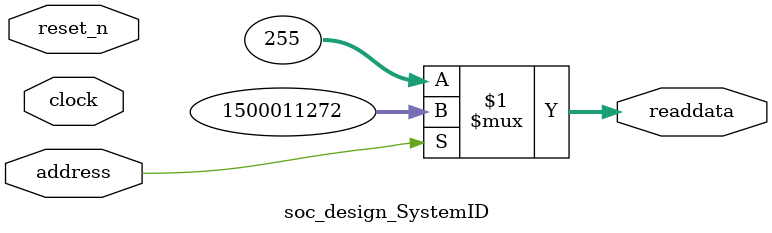
<source format=v>



// synthesis translate_off
`timescale 1ns / 1ps
// synthesis translate_on

// turn off superfluous verilog processor warnings 
// altera message_level Level1 
// altera message_off 10034 10035 10036 10037 10230 10240 10030 

module soc_design_SystemID (
               // inputs:
                address,
                clock,
                reset_n,

               // outputs:
                readdata
             )
;

  output  [ 31: 0] readdata;
  input            address;
  input            clock;
  input            reset_n;

  wire    [ 31: 0] readdata;
  //control_slave, which is an e_avalon_slave
  assign readdata = address ? 1500011272 : 255;

endmodule



</source>
